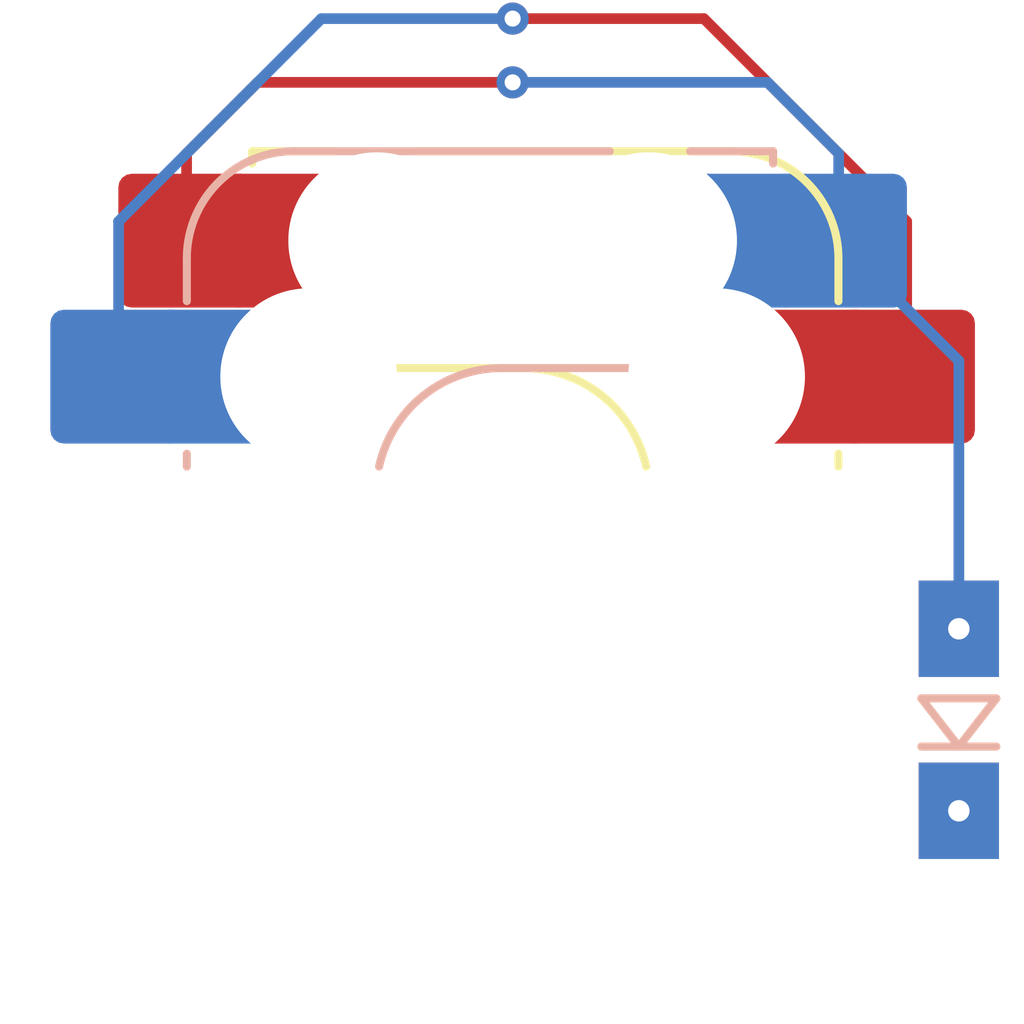
<source format=kicad_pcb>
(kicad_pcb (version 20240108) (generator "pcbnew") (generator_version "8.0")
  (layers (0 "F.Cu" signal) (31 "B.Cu" signal) (34 "B.Paste" user) (35 "F.Paste" user) (36 "B.SilkS" user "B.Silkscreen") (37 "F.SilkS" user "F.Silkscreen") (38 "B.Mask" user) (39 "F.Mask" user) (44 "Edge.Cuts" user))
  (net 0 "")
  (net 1 "Net-(D1-A)")
  (net 2 "C0")
  (net 3 "R0")
  (footprint "GHN:MX Rev 1U" (layer "F.Cu") (at 0 0)
    (property "Reference" "SW1" (hide yes))
    (property "Value" "SW_Push_45deg")
    (fp_line (start -6.085176 -4.75022) (end -6.085176 -3.95022) (stroke (width 0.15)) (layer "B.SilkS"))
    (fp_line (start -6.085176 -0.86022) (end -6.085176 -1.10022) (stroke (width 0.15)) (layer "B.SilkS"))
    (fp_line (start -0.2 -2.70022) (end 4.364824 -2.70022) (stroke (width 0.15)) (layer "B.SilkS"))
    (fp_line (start 1.814824 -6.75022) (end -4.085176 -6.75022) (stroke (width 0.15)) (layer "B.SilkS"))
    (fp_line (start 4.864824 -6.75022) (end 3.314824 -6.75022) (stroke (width 0.15)) (layer "B.SilkS"))
    (fp_line (start 4.864824 -6.52022) (end 4.864824 -6.75022) (stroke (width 0.15)) (layer "B.SilkS"))
    (fp_line (start 4.864824 -3.20022) (end 4.864824 -3.67022) (stroke (width 0.15)) (layer "B.SilkS"))
    (fp_arc (start -6.085176 -4.75022) (mid -5.499392 -6.164436) (end -4.085176 -6.75022) (stroke (width 0.15)) (layer "B.SilkS"))
    (fp_arc (start -2.494322 -0.86022) (mid -1.670693 -2.183637) (end -0.2 -2.70022) (stroke (width 0.15)) (layer "B.SilkS"))
    (fp_arc (start 4.864824 -3.20022) (mid 4.718377 -2.846667) (end 4.364824 -2.70022) (stroke (width 0.15)) (layer "B.SilkS"))
    (fp_line (start -4.864824 -6.75022) (end -4.864824 -6.52022) (stroke (width 0.15)) (layer "F.SilkS"))
    (fp_line (start -4.864824 -3.67022) (end -4.864824 -3.20022) (stroke (width 0.15)) (layer "F.SilkS"))
    (fp_line (start -4.364824 -2.70022) (end 0.2 -2.70022) (stroke (width 0.15)) (layer "F.SilkS"))
    (fp_line (start -3.314824 -6.75022) (end -4.864824 -6.75022) (stroke (width 0.15)) (layer "F.SilkS"))
    (fp_line (start 4.085176 -6.75022) (end -1.814824 -6.75022) (stroke (width 0.15)) (layer "F.SilkS"))
    (fp_line (start 6.085176 -3.95022) (end 6.085176 -4.75022) (stroke (width 0.15)) (layer "F.SilkS"))
    (fp_line (start 6.085176 -1.10022) (end 6.085176 -0.86022) (stroke (width 0.15)) (layer "F.SilkS"))
    (fp_arc (start -4.364824 -2.70022) (mid -4.718377 -2.846667) (end -4.864824 -3.20022) (stroke (width 0.15)) (layer "F.SilkS"))
    (fp_arc (start 0.2 -2.70022) (mid 1.670693 -2.183637) (end 2.494322 -0.86022) (stroke (width 0.15)) (layer "F.SilkS"))
    (fp_arc (start 4.085176 -6.75022) (mid 5.49939 -6.164434) (end 6.085176 -4.75022) (stroke (width 0.15)) (layer "F.SilkS"))
    (pad "" np_thru_hole circle (at -5.08 0) (size 1.75 1.75) (drill 1.75) (layers "*.Cu" "*.Mask"))
    (pad "" np_thru_hole circle (at -3.81 -2.54) (size 3.3 3.3) (drill 3.3) (layers "F&B.Cu" "*.Mask"))
    (pad "" np_thru_hole circle (at -2.54 -5.08) (size 3.3 3.3) (drill 3.3) (layers "F&B.Cu" "*.Mask"))
    (pad "" np_thru_hole circle (at 0 0) (size 3.9878 3.9878) (drill 3.9878) (layers "*.Cu" "*.Mask"))
    (pad "" np_thru_hole circle (at 2.54 -5.08) (size 3.3 3.3) (drill 3.3) (layers "F&B.Cu" "*.Mask"))
    (pad "" np_thru_hole circle (at 3.81 -2.54) (size 3.3 3.3) (drill 3.3) (layers "F&B.Cu" "*.Mask"))
    (pad "" np_thru_hole circle (at 5.08 0) (size 1.75 1.75) (drill 1.75) (layers "*.Cu" "*.Mask"))
    (pad "1" smd roundrect (at -7.36 -2.54) (size 2.55 2.5) (layers "B.Cu" "B.Paste" "B.Mask") (roundrect_rratio 0.1) (net 2 "C0"))
    (pad "1" smd rect (at -5.635 -2.54 180) (size 1.65 2.5) (layers "B.Cu") (net 2 "C0"))
    (pad "1" smd rect (at 5.635 -2.54 180) (size 1.65 2.5) (layers "F.Cu") (net 2 "C0"))
    (pad "1" smd roundrect (at 7.36 -2.54) (size 2.55 2.5) (layers "F.Cu" "F.Paste" "F.Mask") (roundrect_rratio 0.1) (net 2 "C0"))
    (pad "2" smd roundrect (at -6.09 -5.08) (size 2.55 2.5) (layers "F.Cu" "F.Paste" "F.Mask") (roundrect_rratio 0.1) (net 1 "Net-(D1-A)"))
    (pad "2" smd rect (at -4.34 -5.08) (size 1.65 2.5) (layers "F.Cu") (net 1 "Net-(D1-A)"))
    (pad "2" smd rect (at 4.34 -5.08) (size 1.65 2.5) (layers "B.Cu") (net 1 "Net-(D1-A)"))
    (pad "2" smd roundrect (at 6.09 -5.08) (size 2.55 2.5) (layers "B.Cu" "B.Paste" "B.Mask") (roundrect_rratio 0.1) (net 1 "Net-(D1-A)"))
  )
  (footprint "GHN:Diode_SOD123" (layer "F.Cu") (at 8.334368 3.869528 90)
    (property "Reference" "D1" (hide yes))
    (property "Value" "D" (hide yes))
    (fp_line (start 0.4 -0.7) (end 0.4 0.7) (stroke (width 0.15)) (layer "B.SilkS"))
    (fp_line (start -0.5 -0.7) (end -0.5 0.7) (stroke (width 0.15)) (layer "B.SilkS"))
    (fp_line (start -0.5 0) (end 0.4 -0.7) (stroke (width 0.15)) (layer "B.SilkS"))
    (fp_line (start 0.4 0.7) (end -0.5 0) (stroke (width 0.15)) (layer "B.SilkS"))
    (fp_line (start 0.4 -0.7) (end 0.4 0.7) (stroke (width 0.15)) (layer "F.SilkS"))
    (fp_line (start -0.5 -0.7) (end -0.5 0.7) (stroke (width 0.15)) (layer "F.SilkS"))
    (fp_line (start -0.5 0) (end 0.4 -0.7) (stroke (width 0.15)) (layer "F.SilkS"))
    (fp_line (start 0.4 0.7) (end -0.5 0) (stroke (width 0.15)) (layer "F.SilkS"))
    (pad "1" thru_hole rect (at -1.7 0 90) (size 1.8 1.5) (drill 0.4) (layers "*.Cu" "*.Mask") (net 3 "R0"))
    (pad "2" thru_hole rect (at 1.7 0 90) (size 1.8 1.5) (drill 0.4) (layers "*.Cu" "*.Mask") (net 1 "Net-(D1-A)"))
  )
  (segment (start -6.09 -6.709208) (end -6.09 -5.08) (width 0.2) (layer "F.Cu") (net 1))
  (segment (start -4.762496 -8.036712) (end -6.09 -6.709208) (width 0.2) (layer "F.Cu") (net 1))
  (segment (start 0 -8.036712) (end -4.762496 -8.036712) (width 0.2) (layer "F.Cu") (net 1))
  (via (at 0 -8.036712) (size 0.6) (drill 0.3) (layers "F.Cu" "B.Cu") (net 1))
  (segment (start 8.334368 2.169528) (end 8.334368 -2.835632) (width 0.2) (layer "B.Cu") (net 1))
  (segment (start 6.09 -6.709208) (end 4.762496 -8.036712) (width 0.2) (layer "B.Cu") (net 1))
  (segment (start 4.762496 -8.036712) (end 0 -8.036712) (width 0.2) (layer "B.Cu") (net 1))
  (segment (start 6.09 -5.08) (end 6.09 -6.709208) (width 0.2) (layer "B.Cu") (net 1))
  (segment (start 8.334368 -2.835632) (end 6.09 -5.08) (width 0.2) (layer "B.Cu") (net 1))
  (segment (start 3.571872 -9.227336) (end 7.36 -5.439208) (width 0.2) (layer "F.Cu") (net 2))
  (segment (start 7.36 -5.439208) (end 7.36 -2.54) (width 0.2) (layer "F.Cu") (net 2))
  (segment (start 0 -9.227336) (end 3.571872 -9.227336) (width 0.2) (layer "F.Cu") (net 2))
  (via (at 0 -9.227336) (size 0.6) (drill 0.3) (layers "F.Cu" "B.Cu") (net 2))
  (segment (start -7.36 -5.439208) (end -3.571872 -9.227336) (width 0.2) (layer "B.Cu") (net 2))
  (segment (start -7.36 -2.54) (end -7.36 -5.439208) (width 0.2) (layer "B.Cu") (net 2))
  (segment (start -3.571872 -9.227336) (end 0 -9.227336) (width 0.2) (layer "B.Cu") (net 2))
)
</source>
